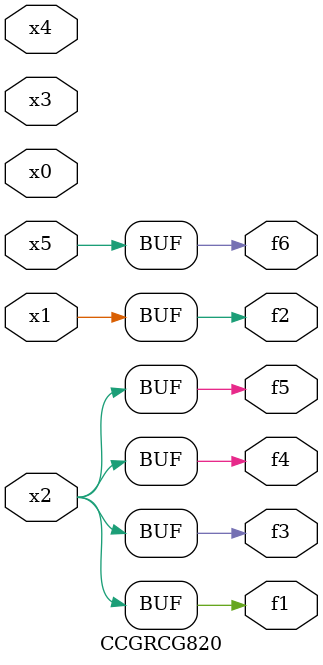
<source format=v>
module CCGRCG820(
	input x0, x1, x2, x3, x4, x5,
	output f1, f2, f3, f4, f5, f6
);
	assign f1 = x2;
	assign f2 = x1;
	assign f3 = x2;
	assign f4 = x2;
	assign f5 = x2;
	assign f6 = x5;
endmodule

</source>
